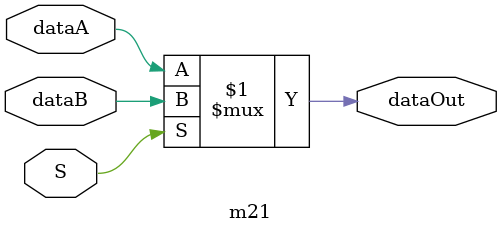
<source format=v>
`timescale 1ns/1ns
module m21( dataA,dataB,S,dataOut);

output dataOut ;
input dataA, dataB, S ;

assign dataOut = (S) ? dataB : dataA ;

endmodule 
</source>
